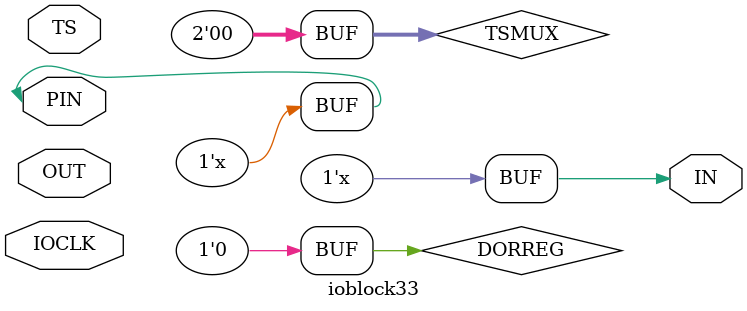
<source format=v>
module ioblock33(
	       inout  PIN,
	       input  TS,
	       input  OUT,
	       output IN,
	       input IOCLK
	       );
   
   reg 		     D;
   reg [2-1:0] 	     TSMUX;
   reg 		     DORREG;

   assign PIN = ( TSMUX == 2'b00 ) ? 1'bz : (( TSMUX == 2'b01 && TS == 1'b1 ) ? OUT : (( TSMUX == 2'b01 && TS == 1'b0 ) ? 1'bz : OUT));
   assign IN  = ( DORREG == 1'b0 ) ? PIN  : D;
   
   initial
     begin
	D=1'b0;
	TSMUX=2'b00;
	DORREG=1'b0;
     end
   
   always @(posedge IOCLK) D=PIN;
   
endmodule       

</source>
